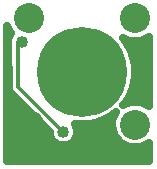
<source format=gbr>
G04 DipTrace 2.4.0.1*
%INBottom.gbr*%
%MOIN*%
%ADD13C,0.013*%
%ADD14C,0.025*%
%ADD20C,0.3*%
%ADD21C,0.1*%
%ADD22C,0.04*%
%FSLAX44Y44*%
G04*
G70*
G90*
G75*
G01*
%LNBottom*%
%LPD*%
X7565Y5565D2*
D13*
X6815Y4815D1*
X5315D1*
X5065Y5065D1*
Y5529D1*
X5047Y5547D1*
X4815Y8315D2*
X4690D1*
Y6815D1*
X6190Y5315D1*
D22*
X7565Y5565D3*
X4815Y8315D3*
X6190Y5315D3*
X8297Y8312D2*
D14*
X9029D1*
X8438Y8063D2*
X9029D1*
X8532Y7814D2*
X9029D1*
X8586Y7565D2*
X9029D1*
X8606Y7317D2*
X9029D1*
X8586Y7068D2*
X9029D1*
X8536Y6819D2*
X9029D1*
X8442Y6571D2*
X9029D1*
X4350Y6322D2*
X4693D1*
X8297D2*
X9029D1*
X4350Y6073D2*
X4939D1*
X4350Y5825D2*
X5189D1*
X4350Y5576D2*
X5439D1*
X7141D2*
X7794D1*
X4350Y5327D2*
X5685D1*
X6680D2*
X7825D1*
X4350Y5079D2*
X5763D1*
X6614D2*
X7954D1*
X4350Y4830D2*
X8294D1*
X8871D2*
X9032D1*
X4350Y4581D2*
X9029D1*
X4350Y4333D2*
X9029D1*
X8576Y7190D2*
X8540Y6943D1*
X8470Y6703D1*
X8368Y6475D1*
X8233Y6265D1*
X8177Y6194D1*
X8240Y6231D1*
X8356Y6278D1*
X8478Y6305D1*
X8603Y6312D1*
X8727Y6299D1*
X8847Y6265D1*
X8960Y6212D1*
X9054Y6149D1*
X9055Y8477D1*
X8900Y8386D1*
X8782Y8344D1*
X8659Y8322D1*
X8534Y8319D1*
X8411Y8337D1*
X8292Y8375D1*
X8184Y8430D1*
X8323Y8232D1*
X8437Y8010D1*
X8519Y7774D1*
X8567Y7529D1*
X8580Y7315D1*
X8576Y7190D1*
X7935Y5952D2*
X7781Y5838D1*
X7563Y5716D1*
X7330Y5627D1*
X7086Y5571D1*
X6837Y5550D1*
X6584Y5565D1*
X6624Y5483D1*
X6653Y5362D1*
X6655Y5315D1*
X6638Y5191D1*
X6589Y5077D1*
X6512Y4979D1*
X6411Y4906D1*
X6295Y4862D1*
X6170Y4850D1*
X6048Y4872D1*
X5935Y4926D1*
X5841Y5008D1*
X5772Y5111D1*
X5733Y5230D1*
X5729Y5311D1*
X4457Y6582D1*
X4387Y6684D1*
X4360Y6815D1*
X4358Y8230D1*
X4352Y8354D1*
X4379Y8476D1*
X4450Y8600D1*
X4386Y8698D1*
X4325Y8837D1*
Y4325D1*
X9055D1*
Y4946D1*
X8900Y4851D1*
X8782Y4809D1*
X8659Y4786D1*
X8534Y4784D1*
X8411Y4802D1*
X8292Y4840D1*
X8181Y4896D1*
X8080Y4970D1*
X7993Y5060D1*
X7922Y5162D1*
X7868Y5275D1*
X7833Y5395D1*
X7818Y5519D1*
X7824Y5644D1*
X7850Y5766D1*
X7895Y5882D1*
X7937Y5953D1*
D20*
X6815Y7315D3*
D21*
X8583Y5547D3*
X5047D3*
Y9083D3*
X8583D3*
M02*

</source>
